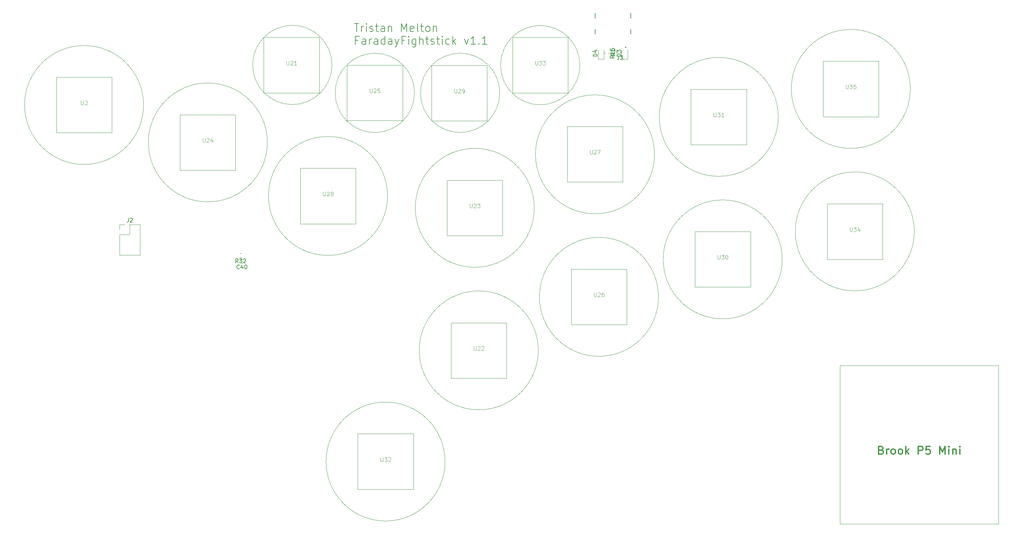
<source format=gbr>
%TF.GenerationSoftware,KiCad,Pcbnew,8.0.8*%
%TF.CreationDate,2025-04-25T11:22:14-07:00*%
%TF.ProjectId,MainBoard_BrooksP5Mini,4d61696e-426f-4617-9264-5f42726f6f6b,rev?*%
%TF.SameCoordinates,Original*%
%TF.FileFunction,Legend,Top*%
%TF.FilePolarity,Positive*%
%FSLAX46Y46*%
G04 Gerber Fmt 4.6, Leading zero omitted, Abs format (unit mm)*
G04 Created by KiCad (PCBNEW 8.0.8) date 2025-04-25 11:22:14*
%MOMM*%
%LPD*%
G01*
G04 APERTURE LIST*
%ADD10C,0.100000*%
%ADD11C,0.200000*%
%ADD12C,0.150000*%
%ADD13C,0.300000*%
%ADD14C,0.120000*%
G04 APERTURE END LIST*
D10*
X166700000Y-30000000D02*
G75*
G02*
X146700000Y-30000000I-10000000J0D01*
G01*
X146700000Y-30000000D02*
G75*
G02*
X166700000Y-30000000I10000000J0D01*
G01*
X132700000Y-130000000D02*
G75*
G02*
X102700000Y-130000000I-15000000J0D01*
G01*
X102700000Y-130000000D02*
G75*
G02*
X132700000Y-130000000I15000000J0D01*
G01*
X216700000Y-43050002D02*
G75*
G02*
X186700000Y-43050002I-15000000J0D01*
G01*
X186700000Y-43050002D02*
G75*
G02*
X216700000Y-43050002I15000000J0D01*
G01*
X56700000Y-40050002D02*
G75*
G02*
X26700000Y-40050002I-15000000J0D01*
G01*
X26700000Y-40050002D02*
G75*
G02*
X56700000Y-40050002I15000000J0D01*
G01*
X125000000Y-37000000D02*
G75*
G02*
X105000000Y-37000000I-10000000J0D01*
G01*
X105000000Y-37000000D02*
G75*
G02*
X125000000Y-37000000I10000000J0D01*
G01*
X118200000Y-63000000D02*
G75*
G02*
X88200000Y-63000000I-15000000J0D01*
G01*
X88200000Y-63000000D02*
G75*
G02*
X118200000Y-63000000I15000000J0D01*
G01*
X217700000Y-79000000D02*
G75*
G02*
X187700000Y-79000000I-15000000J0D01*
G01*
X187700000Y-79000000D02*
G75*
G02*
X217700000Y-79000000I15000000J0D01*
G01*
X156200000Y-101949998D02*
G75*
G02*
X126200000Y-101949998I-15000000J0D01*
G01*
X126200000Y-101949998D02*
G75*
G02*
X156200000Y-101949998I15000000J0D01*
G01*
X186500000Y-88450001D02*
G75*
G02*
X156500000Y-88450001I-15000000J0D01*
G01*
X156500000Y-88450001D02*
G75*
G02*
X186500000Y-88450001I15000000J0D01*
G01*
X185500000Y-52500003D02*
G75*
G02*
X155500000Y-52500003I-15000000J0D01*
G01*
X155500000Y-52500003D02*
G75*
G02*
X185500000Y-52500003I15000000J0D01*
G01*
X250000000Y-36000003D02*
G75*
G02*
X220000000Y-36000003I-15000000J0D01*
G01*
X220000000Y-36000003D02*
G75*
G02*
X250000000Y-36000003I15000000J0D01*
G01*
X146500000Y-37000000D02*
G75*
G02*
X126500000Y-37000000I-10000000J0D01*
G01*
X126500000Y-37000000D02*
G75*
G02*
X146500000Y-37000000I10000000J0D01*
G01*
X104200000Y-29949998D02*
G75*
G02*
X84200000Y-29949998I-10000000J0D01*
G01*
X84200000Y-29949998D02*
G75*
G02*
X104200000Y-29949998I10000000J0D01*
G01*
X87900000Y-49500003D02*
G75*
G02*
X57900000Y-49500003I-15000000J0D01*
G01*
X57900000Y-49500003D02*
G75*
G02*
X87900000Y-49500003I15000000J0D01*
G01*
X155200000Y-66000000D02*
G75*
G02*
X125200000Y-66000000I-15000000J0D01*
G01*
X125200000Y-66000000D02*
G75*
G02*
X155200000Y-66000000I15000000J0D01*
G01*
X251000000Y-71950001D02*
G75*
G02*
X221000000Y-71950001I-15000000J0D01*
G01*
X221000000Y-71950001D02*
G75*
G02*
X251000000Y-71950001I15000000J0D01*
G01*
D11*
X109822054Y-19524950D02*
X110964911Y-19524950D01*
X110393482Y-21524950D02*
X110393482Y-19524950D01*
X111631578Y-21524950D02*
X111631578Y-20191616D01*
X111631578Y-20572569D02*
X111726816Y-20382092D01*
X111726816Y-20382092D02*
X111822054Y-20286854D01*
X111822054Y-20286854D02*
X112012530Y-20191616D01*
X112012530Y-20191616D02*
X112203007Y-20191616D01*
X112869673Y-21524950D02*
X112869673Y-20191616D01*
X112869673Y-19524950D02*
X112774435Y-19620188D01*
X112774435Y-19620188D02*
X112869673Y-19715426D01*
X112869673Y-19715426D02*
X112964911Y-19620188D01*
X112964911Y-19620188D02*
X112869673Y-19524950D01*
X112869673Y-19524950D02*
X112869673Y-19715426D01*
X113726816Y-21429712D02*
X113917292Y-21524950D01*
X113917292Y-21524950D02*
X114298244Y-21524950D01*
X114298244Y-21524950D02*
X114488721Y-21429712D01*
X114488721Y-21429712D02*
X114583959Y-21239235D01*
X114583959Y-21239235D02*
X114583959Y-21143997D01*
X114583959Y-21143997D02*
X114488721Y-20953521D01*
X114488721Y-20953521D02*
X114298244Y-20858283D01*
X114298244Y-20858283D02*
X114012530Y-20858283D01*
X114012530Y-20858283D02*
X113822054Y-20763045D01*
X113822054Y-20763045D02*
X113726816Y-20572569D01*
X113726816Y-20572569D02*
X113726816Y-20477331D01*
X113726816Y-20477331D02*
X113822054Y-20286854D01*
X113822054Y-20286854D02*
X114012530Y-20191616D01*
X114012530Y-20191616D02*
X114298244Y-20191616D01*
X114298244Y-20191616D02*
X114488721Y-20286854D01*
X115155388Y-20191616D02*
X115917292Y-20191616D01*
X115441102Y-19524950D02*
X115441102Y-21239235D01*
X115441102Y-21239235D02*
X115536340Y-21429712D01*
X115536340Y-21429712D02*
X115726816Y-21524950D01*
X115726816Y-21524950D02*
X115917292Y-21524950D01*
X117441102Y-21524950D02*
X117441102Y-20477331D01*
X117441102Y-20477331D02*
X117345864Y-20286854D01*
X117345864Y-20286854D02*
X117155388Y-20191616D01*
X117155388Y-20191616D02*
X116774435Y-20191616D01*
X116774435Y-20191616D02*
X116583959Y-20286854D01*
X117441102Y-21429712D02*
X117250626Y-21524950D01*
X117250626Y-21524950D02*
X116774435Y-21524950D01*
X116774435Y-21524950D02*
X116583959Y-21429712D01*
X116583959Y-21429712D02*
X116488721Y-21239235D01*
X116488721Y-21239235D02*
X116488721Y-21048759D01*
X116488721Y-21048759D02*
X116583959Y-20858283D01*
X116583959Y-20858283D02*
X116774435Y-20763045D01*
X116774435Y-20763045D02*
X117250626Y-20763045D01*
X117250626Y-20763045D02*
X117441102Y-20667807D01*
X118393483Y-20191616D02*
X118393483Y-21524950D01*
X118393483Y-20382092D02*
X118488721Y-20286854D01*
X118488721Y-20286854D02*
X118679197Y-20191616D01*
X118679197Y-20191616D02*
X118964912Y-20191616D01*
X118964912Y-20191616D02*
X119155388Y-20286854D01*
X119155388Y-20286854D02*
X119250626Y-20477331D01*
X119250626Y-20477331D02*
X119250626Y-21524950D01*
X121726817Y-21524950D02*
X121726817Y-19524950D01*
X121726817Y-19524950D02*
X122393484Y-20953521D01*
X122393484Y-20953521D02*
X123060150Y-19524950D01*
X123060150Y-19524950D02*
X123060150Y-21524950D01*
X124774436Y-21429712D02*
X124583960Y-21524950D01*
X124583960Y-21524950D02*
X124203007Y-21524950D01*
X124203007Y-21524950D02*
X124012531Y-21429712D01*
X124012531Y-21429712D02*
X123917293Y-21239235D01*
X123917293Y-21239235D02*
X123917293Y-20477331D01*
X123917293Y-20477331D02*
X124012531Y-20286854D01*
X124012531Y-20286854D02*
X124203007Y-20191616D01*
X124203007Y-20191616D02*
X124583960Y-20191616D01*
X124583960Y-20191616D02*
X124774436Y-20286854D01*
X124774436Y-20286854D02*
X124869674Y-20477331D01*
X124869674Y-20477331D02*
X124869674Y-20667807D01*
X124869674Y-20667807D02*
X123917293Y-20858283D01*
X126012531Y-21524950D02*
X125822055Y-21429712D01*
X125822055Y-21429712D02*
X125726817Y-21239235D01*
X125726817Y-21239235D02*
X125726817Y-19524950D01*
X126488722Y-20191616D02*
X127250626Y-20191616D01*
X126774436Y-19524950D02*
X126774436Y-21239235D01*
X126774436Y-21239235D02*
X126869674Y-21429712D01*
X126869674Y-21429712D02*
X127060150Y-21524950D01*
X127060150Y-21524950D02*
X127250626Y-21524950D01*
X128203007Y-21524950D02*
X128012531Y-21429712D01*
X128012531Y-21429712D02*
X127917293Y-21334473D01*
X127917293Y-21334473D02*
X127822055Y-21143997D01*
X127822055Y-21143997D02*
X127822055Y-20572569D01*
X127822055Y-20572569D02*
X127917293Y-20382092D01*
X127917293Y-20382092D02*
X128012531Y-20286854D01*
X128012531Y-20286854D02*
X128203007Y-20191616D01*
X128203007Y-20191616D02*
X128488722Y-20191616D01*
X128488722Y-20191616D02*
X128679198Y-20286854D01*
X128679198Y-20286854D02*
X128774436Y-20382092D01*
X128774436Y-20382092D02*
X128869674Y-20572569D01*
X128869674Y-20572569D02*
X128869674Y-21143997D01*
X128869674Y-21143997D02*
X128774436Y-21334473D01*
X128774436Y-21334473D02*
X128679198Y-21429712D01*
X128679198Y-21429712D02*
X128488722Y-21524950D01*
X128488722Y-21524950D02*
X128203007Y-21524950D01*
X129726817Y-20191616D02*
X129726817Y-21524950D01*
X129726817Y-20382092D02*
X129822055Y-20286854D01*
X129822055Y-20286854D02*
X130012531Y-20191616D01*
X130012531Y-20191616D02*
X130298246Y-20191616D01*
X130298246Y-20191616D02*
X130488722Y-20286854D01*
X130488722Y-20286854D02*
X130583960Y-20477331D01*
X130583960Y-20477331D02*
X130583960Y-21524950D01*
X110774435Y-23697219D02*
X110107768Y-23697219D01*
X110107768Y-24744838D02*
X110107768Y-22744838D01*
X110107768Y-22744838D02*
X111060149Y-22744838D01*
X112679197Y-24744838D02*
X112679197Y-23697219D01*
X112679197Y-23697219D02*
X112583959Y-23506742D01*
X112583959Y-23506742D02*
X112393483Y-23411504D01*
X112393483Y-23411504D02*
X112012530Y-23411504D01*
X112012530Y-23411504D02*
X111822054Y-23506742D01*
X112679197Y-24649600D02*
X112488721Y-24744838D01*
X112488721Y-24744838D02*
X112012530Y-24744838D01*
X112012530Y-24744838D02*
X111822054Y-24649600D01*
X111822054Y-24649600D02*
X111726816Y-24459123D01*
X111726816Y-24459123D02*
X111726816Y-24268647D01*
X111726816Y-24268647D02*
X111822054Y-24078171D01*
X111822054Y-24078171D02*
X112012530Y-23982933D01*
X112012530Y-23982933D02*
X112488721Y-23982933D01*
X112488721Y-23982933D02*
X112679197Y-23887695D01*
X113631578Y-24744838D02*
X113631578Y-23411504D01*
X113631578Y-23792457D02*
X113726816Y-23601980D01*
X113726816Y-23601980D02*
X113822054Y-23506742D01*
X113822054Y-23506742D02*
X114012530Y-23411504D01*
X114012530Y-23411504D02*
X114203007Y-23411504D01*
X115726816Y-24744838D02*
X115726816Y-23697219D01*
X115726816Y-23697219D02*
X115631578Y-23506742D01*
X115631578Y-23506742D02*
X115441102Y-23411504D01*
X115441102Y-23411504D02*
X115060149Y-23411504D01*
X115060149Y-23411504D02*
X114869673Y-23506742D01*
X115726816Y-24649600D02*
X115536340Y-24744838D01*
X115536340Y-24744838D02*
X115060149Y-24744838D01*
X115060149Y-24744838D02*
X114869673Y-24649600D01*
X114869673Y-24649600D02*
X114774435Y-24459123D01*
X114774435Y-24459123D02*
X114774435Y-24268647D01*
X114774435Y-24268647D02*
X114869673Y-24078171D01*
X114869673Y-24078171D02*
X115060149Y-23982933D01*
X115060149Y-23982933D02*
X115536340Y-23982933D01*
X115536340Y-23982933D02*
X115726816Y-23887695D01*
X117536340Y-24744838D02*
X117536340Y-22744838D01*
X117536340Y-24649600D02*
X117345864Y-24744838D01*
X117345864Y-24744838D02*
X116964911Y-24744838D01*
X116964911Y-24744838D02*
X116774435Y-24649600D01*
X116774435Y-24649600D02*
X116679197Y-24554361D01*
X116679197Y-24554361D02*
X116583959Y-24363885D01*
X116583959Y-24363885D02*
X116583959Y-23792457D01*
X116583959Y-23792457D02*
X116679197Y-23601980D01*
X116679197Y-23601980D02*
X116774435Y-23506742D01*
X116774435Y-23506742D02*
X116964911Y-23411504D01*
X116964911Y-23411504D02*
X117345864Y-23411504D01*
X117345864Y-23411504D02*
X117536340Y-23506742D01*
X119345864Y-24744838D02*
X119345864Y-23697219D01*
X119345864Y-23697219D02*
X119250626Y-23506742D01*
X119250626Y-23506742D02*
X119060150Y-23411504D01*
X119060150Y-23411504D02*
X118679197Y-23411504D01*
X118679197Y-23411504D02*
X118488721Y-23506742D01*
X119345864Y-24649600D02*
X119155388Y-24744838D01*
X119155388Y-24744838D02*
X118679197Y-24744838D01*
X118679197Y-24744838D02*
X118488721Y-24649600D01*
X118488721Y-24649600D02*
X118393483Y-24459123D01*
X118393483Y-24459123D02*
X118393483Y-24268647D01*
X118393483Y-24268647D02*
X118488721Y-24078171D01*
X118488721Y-24078171D02*
X118679197Y-23982933D01*
X118679197Y-23982933D02*
X119155388Y-23982933D01*
X119155388Y-23982933D02*
X119345864Y-23887695D01*
X120107769Y-23411504D02*
X120583959Y-24744838D01*
X121060150Y-23411504D02*
X120583959Y-24744838D01*
X120583959Y-24744838D02*
X120393483Y-25221028D01*
X120393483Y-25221028D02*
X120298245Y-25316266D01*
X120298245Y-25316266D02*
X120107769Y-25411504D01*
X122488722Y-23697219D02*
X121822055Y-23697219D01*
X121822055Y-24744838D02*
X121822055Y-22744838D01*
X121822055Y-22744838D02*
X122774436Y-22744838D01*
X123536341Y-24744838D02*
X123536341Y-23411504D01*
X123536341Y-22744838D02*
X123441103Y-22840076D01*
X123441103Y-22840076D02*
X123536341Y-22935314D01*
X123536341Y-22935314D02*
X123631579Y-22840076D01*
X123631579Y-22840076D02*
X123536341Y-22744838D01*
X123536341Y-22744838D02*
X123536341Y-22935314D01*
X125345865Y-23411504D02*
X125345865Y-25030552D01*
X125345865Y-25030552D02*
X125250627Y-25221028D01*
X125250627Y-25221028D02*
X125155389Y-25316266D01*
X125155389Y-25316266D02*
X124964912Y-25411504D01*
X124964912Y-25411504D02*
X124679198Y-25411504D01*
X124679198Y-25411504D02*
X124488722Y-25316266D01*
X125345865Y-24649600D02*
X125155389Y-24744838D01*
X125155389Y-24744838D02*
X124774436Y-24744838D01*
X124774436Y-24744838D02*
X124583960Y-24649600D01*
X124583960Y-24649600D02*
X124488722Y-24554361D01*
X124488722Y-24554361D02*
X124393484Y-24363885D01*
X124393484Y-24363885D02*
X124393484Y-23792457D01*
X124393484Y-23792457D02*
X124488722Y-23601980D01*
X124488722Y-23601980D02*
X124583960Y-23506742D01*
X124583960Y-23506742D02*
X124774436Y-23411504D01*
X124774436Y-23411504D02*
X125155389Y-23411504D01*
X125155389Y-23411504D02*
X125345865Y-23506742D01*
X126298246Y-24744838D02*
X126298246Y-22744838D01*
X127155389Y-24744838D02*
X127155389Y-23697219D01*
X127155389Y-23697219D02*
X127060151Y-23506742D01*
X127060151Y-23506742D02*
X126869675Y-23411504D01*
X126869675Y-23411504D02*
X126583960Y-23411504D01*
X126583960Y-23411504D02*
X126393484Y-23506742D01*
X126393484Y-23506742D02*
X126298246Y-23601980D01*
X127822056Y-23411504D02*
X128583960Y-23411504D01*
X128107770Y-22744838D02*
X128107770Y-24459123D01*
X128107770Y-24459123D02*
X128203008Y-24649600D01*
X128203008Y-24649600D02*
X128393484Y-24744838D01*
X128393484Y-24744838D02*
X128583960Y-24744838D01*
X129155389Y-24649600D02*
X129345865Y-24744838D01*
X129345865Y-24744838D02*
X129726817Y-24744838D01*
X129726817Y-24744838D02*
X129917294Y-24649600D01*
X129917294Y-24649600D02*
X130012532Y-24459123D01*
X130012532Y-24459123D02*
X130012532Y-24363885D01*
X130012532Y-24363885D02*
X129917294Y-24173409D01*
X129917294Y-24173409D02*
X129726817Y-24078171D01*
X129726817Y-24078171D02*
X129441103Y-24078171D01*
X129441103Y-24078171D02*
X129250627Y-23982933D01*
X129250627Y-23982933D02*
X129155389Y-23792457D01*
X129155389Y-23792457D02*
X129155389Y-23697219D01*
X129155389Y-23697219D02*
X129250627Y-23506742D01*
X129250627Y-23506742D02*
X129441103Y-23411504D01*
X129441103Y-23411504D02*
X129726817Y-23411504D01*
X129726817Y-23411504D02*
X129917294Y-23506742D01*
X130583961Y-23411504D02*
X131345865Y-23411504D01*
X130869675Y-22744838D02*
X130869675Y-24459123D01*
X130869675Y-24459123D02*
X130964913Y-24649600D01*
X130964913Y-24649600D02*
X131155389Y-24744838D01*
X131155389Y-24744838D02*
X131345865Y-24744838D01*
X132012532Y-24744838D02*
X132012532Y-23411504D01*
X132012532Y-22744838D02*
X131917294Y-22840076D01*
X131917294Y-22840076D02*
X132012532Y-22935314D01*
X132012532Y-22935314D02*
X132107770Y-22840076D01*
X132107770Y-22840076D02*
X132012532Y-22744838D01*
X132012532Y-22744838D02*
X132012532Y-22935314D01*
X133822056Y-24649600D02*
X133631580Y-24744838D01*
X133631580Y-24744838D02*
X133250627Y-24744838D01*
X133250627Y-24744838D02*
X133060151Y-24649600D01*
X133060151Y-24649600D02*
X132964913Y-24554361D01*
X132964913Y-24554361D02*
X132869675Y-24363885D01*
X132869675Y-24363885D02*
X132869675Y-23792457D01*
X132869675Y-23792457D02*
X132964913Y-23601980D01*
X132964913Y-23601980D02*
X133060151Y-23506742D01*
X133060151Y-23506742D02*
X133250627Y-23411504D01*
X133250627Y-23411504D02*
X133631580Y-23411504D01*
X133631580Y-23411504D02*
X133822056Y-23506742D01*
X134679199Y-24744838D02*
X134679199Y-22744838D01*
X134869675Y-23982933D02*
X135441104Y-24744838D01*
X135441104Y-23411504D02*
X134679199Y-24173409D01*
X137631581Y-23411504D02*
X138107771Y-24744838D01*
X138107771Y-24744838D02*
X138583962Y-23411504D01*
X140393486Y-24744838D02*
X139250629Y-24744838D01*
X139822057Y-24744838D02*
X139822057Y-22744838D01*
X139822057Y-22744838D02*
X139631581Y-23030552D01*
X139631581Y-23030552D02*
X139441105Y-23221028D01*
X139441105Y-23221028D02*
X139250629Y-23316266D01*
X141250629Y-24554361D02*
X141345867Y-24649600D01*
X141345867Y-24649600D02*
X141250629Y-24744838D01*
X141250629Y-24744838D02*
X141155391Y-24649600D01*
X141155391Y-24649600D02*
X141250629Y-24554361D01*
X141250629Y-24554361D02*
X141250629Y-24744838D01*
X143250629Y-24744838D02*
X142107772Y-24744838D01*
X142679200Y-24744838D02*
X142679200Y-22744838D01*
X142679200Y-22744838D02*
X142488724Y-23030552D01*
X142488724Y-23030552D02*
X142298248Y-23221028D01*
X142298248Y-23221028D02*
X142107772Y-23316266D01*
D10*
X234761905Y-70957419D02*
X234761905Y-71766942D01*
X234761905Y-71766942D02*
X234809524Y-71862180D01*
X234809524Y-71862180D02*
X234857143Y-71909800D01*
X234857143Y-71909800D02*
X234952381Y-71957419D01*
X234952381Y-71957419D02*
X235142857Y-71957419D01*
X235142857Y-71957419D02*
X235238095Y-71909800D01*
X235238095Y-71909800D02*
X235285714Y-71862180D01*
X235285714Y-71862180D02*
X235333333Y-71766942D01*
X235333333Y-71766942D02*
X235333333Y-70957419D01*
X235714286Y-70957419D02*
X236333333Y-70957419D01*
X236333333Y-70957419D02*
X236000000Y-71338371D01*
X236000000Y-71338371D02*
X236142857Y-71338371D01*
X236142857Y-71338371D02*
X236238095Y-71385990D01*
X236238095Y-71385990D02*
X236285714Y-71433609D01*
X236285714Y-71433609D02*
X236333333Y-71528847D01*
X236333333Y-71528847D02*
X236333333Y-71766942D01*
X236333333Y-71766942D02*
X236285714Y-71862180D01*
X236285714Y-71862180D02*
X236238095Y-71909800D01*
X236238095Y-71909800D02*
X236142857Y-71957419D01*
X236142857Y-71957419D02*
X235857143Y-71957419D01*
X235857143Y-71957419D02*
X235761905Y-71909800D01*
X235761905Y-71909800D02*
X235714286Y-71862180D01*
X237190476Y-71290752D02*
X237190476Y-71957419D01*
X236952381Y-70909800D02*
X236714286Y-71624085D01*
X236714286Y-71624085D02*
X237333333Y-71624085D01*
X233761905Y-34957422D02*
X233761905Y-35766945D01*
X233761905Y-35766945D02*
X233809524Y-35862183D01*
X233809524Y-35862183D02*
X233857143Y-35909803D01*
X233857143Y-35909803D02*
X233952381Y-35957422D01*
X233952381Y-35957422D02*
X234142857Y-35957422D01*
X234142857Y-35957422D02*
X234238095Y-35909803D01*
X234238095Y-35909803D02*
X234285714Y-35862183D01*
X234285714Y-35862183D02*
X234333333Y-35766945D01*
X234333333Y-35766945D02*
X234333333Y-34957422D01*
X234714286Y-34957422D02*
X235333333Y-34957422D01*
X235333333Y-34957422D02*
X235000000Y-35338374D01*
X235000000Y-35338374D02*
X235142857Y-35338374D01*
X235142857Y-35338374D02*
X235238095Y-35385993D01*
X235238095Y-35385993D02*
X235285714Y-35433612D01*
X235285714Y-35433612D02*
X235333333Y-35528850D01*
X235333333Y-35528850D02*
X235333333Y-35766945D01*
X235333333Y-35766945D02*
X235285714Y-35862183D01*
X235285714Y-35862183D02*
X235238095Y-35909803D01*
X235238095Y-35909803D02*
X235142857Y-35957422D01*
X235142857Y-35957422D02*
X234857143Y-35957422D01*
X234857143Y-35957422D02*
X234761905Y-35909803D01*
X234761905Y-35909803D02*
X234714286Y-35862183D01*
X236238095Y-34957422D02*
X235761905Y-34957422D01*
X235761905Y-34957422D02*
X235714286Y-35433612D01*
X235714286Y-35433612D02*
X235761905Y-35385993D01*
X235761905Y-35385993D02*
X235857143Y-35338374D01*
X235857143Y-35338374D02*
X236095238Y-35338374D01*
X236095238Y-35338374D02*
X236190476Y-35385993D01*
X236190476Y-35385993D02*
X236238095Y-35433612D01*
X236238095Y-35433612D02*
X236285714Y-35528850D01*
X236285714Y-35528850D02*
X236285714Y-35766945D01*
X236285714Y-35766945D02*
X236238095Y-35862183D01*
X236238095Y-35862183D02*
X236190476Y-35909803D01*
X236190476Y-35909803D02*
X236095238Y-35957422D01*
X236095238Y-35957422D02*
X235857143Y-35957422D01*
X235857143Y-35957422D02*
X235761905Y-35909803D01*
X235761905Y-35909803D02*
X235714286Y-35862183D01*
X200461905Y-42007421D02*
X200461905Y-42816944D01*
X200461905Y-42816944D02*
X200509524Y-42912182D01*
X200509524Y-42912182D02*
X200557143Y-42959802D01*
X200557143Y-42959802D02*
X200652381Y-43007421D01*
X200652381Y-43007421D02*
X200842857Y-43007421D01*
X200842857Y-43007421D02*
X200938095Y-42959802D01*
X200938095Y-42959802D02*
X200985714Y-42912182D01*
X200985714Y-42912182D02*
X201033333Y-42816944D01*
X201033333Y-42816944D02*
X201033333Y-42007421D01*
X201414286Y-42007421D02*
X202033333Y-42007421D01*
X202033333Y-42007421D02*
X201700000Y-42388373D01*
X201700000Y-42388373D02*
X201842857Y-42388373D01*
X201842857Y-42388373D02*
X201938095Y-42435992D01*
X201938095Y-42435992D02*
X201985714Y-42483611D01*
X201985714Y-42483611D02*
X202033333Y-42578849D01*
X202033333Y-42578849D02*
X202033333Y-42816944D01*
X202033333Y-42816944D02*
X201985714Y-42912182D01*
X201985714Y-42912182D02*
X201938095Y-42959802D01*
X201938095Y-42959802D02*
X201842857Y-43007421D01*
X201842857Y-43007421D02*
X201557143Y-43007421D01*
X201557143Y-43007421D02*
X201461905Y-42959802D01*
X201461905Y-42959802D02*
X201414286Y-42912182D01*
X202985714Y-43007421D02*
X202414286Y-43007421D01*
X202700000Y-43007421D02*
X202700000Y-42007421D01*
X202700000Y-42007421D02*
X202604762Y-42150278D01*
X202604762Y-42150278D02*
X202509524Y-42245516D01*
X202509524Y-42245516D02*
X202414286Y-42293135D01*
X201461905Y-77957419D02*
X201461905Y-78766942D01*
X201461905Y-78766942D02*
X201509524Y-78862180D01*
X201509524Y-78862180D02*
X201557143Y-78909800D01*
X201557143Y-78909800D02*
X201652381Y-78957419D01*
X201652381Y-78957419D02*
X201842857Y-78957419D01*
X201842857Y-78957419D02*
X201938095Y-78909800D01*
X201938095Y-78909800D02*
X201985714Y-78862180D01*
X201985714Y-78862180D02*
X202033333Y-78766942D01*
X202033333Y-78766942D02*
X202033333Y-77957419D01*
X202414286Y-77957419D02*
X203033333Y-77957419D01*
X203033333Y-77957419D02*
X202700000Y-78338371D01*
X202700000Y-78338371D02*
X202842857Y-78338371D01*
X202842857Y-78338371D02*
X202938095Y-78385990D01*
X202938095Y-78385990D02*
X202985714Y-78433609D01*
X202985714Y-78433609D02*
X203033333Y-78528847D01*
X203033333Y-78528847D02*
X203033333Y-78766942D01*
X203033333Y-78766942D02*
X202985714Y-78862180D01*
X202985714Y-78862180D02*
X202938095Y-78909800D01*
X202938095Y-78909800D02*
X202842857Y-78957419D01*
X202842857Y-78957419D02*
X202557143Y-78957419D01*
X202557143Y-78957419D02*
X202461905Y-78909800D01*
X202461905Y-78909800D02*
X202414286Y-78862180D01*
X203652381Y-77957419D02*
X203747619Y-77957419D01*
X203747619Y-77957419D02*
X203842857Y-78005038D01*
X203842857Y-78005038D02*
X203890476Y-78052657D01*
X203890476Y-78052657D02*
X203938095Y-78147895D01*
X203938095Y-78147895D02*
X203985714Y-78338371D01*
X203985714Y-78338371D02*
X203985714Y-78576466D01*
X203985714Y-78576466D02*
X203938095Y-78766942D01*
X203938095Y-78766942D02*
X203890476Y-78862180D01*
X203890476Y-78862180D02*
X203842857Y-78909800D01*
X203842857Y-78909800D02*
X203747619Y-78957419D01*
X203747619Y-78957419D02*
X203652381Y-78957419D01*
X203652381Y-78957419D02*
X203557143Y-78909800D01*
X203557143Y-78909800D02*
X203509524Y-78862180D01*
X203509524Y-78862180D02*
X203461905Y-78766942D01*
X203461905Y-78766942D02*
X203414286Y-78576466D01*
X203414286Y-78576466D02*
X203414286Y-78338371D01*
X203414286Y-78338371D02*
X203461905Y-78147895D01*
X203461905Y-78147895D02*
X203509524Y-78052657D01*
X203509524Y-78052657D02*
X203557143Y-78005038D01*
X203557143Y-78005038D02*
X203652381Y-77957419D01*
X169261905Y-51457422D02*
X169261905Y-52266945D01*
X169261905Y-52266945D02*
X169309524Y-52362183D01*
X169309524Y-52362183D02*
X169357143Y-52409803D01*
X169357143Y-52409803D02*
X169452381Y-52457422D01*
X169452381Y-52457422D02*
X169642857Y-52457422D01*
X169642857Y-52457422D02*
X169738095Y-52409803D01*
X169738095Y-52409803D02*
X169785714Y-52362183D01*
X169785714Y-52362183D02*
X169833333Y-52266945D01*
X169833333Y-52266945D02*
X169833333Y-51457422D01*
X170261905Y-51552660D02*
X170309524Y-51505041D01*
X170309524Y-51505041D02*
X170404762Y-51457422D01*
X170404762Y-51457422D02*
X170642857Y-51457422D01*
X170642857Y-51457422D02*
X170738095Y-51505041D01*
X170738095Y-51505041D02*
X170785714Y-51552660D01*
X170785714Y-51552660D02*
X170833333Y-51647898D01*
X170833333Y-51647898D02*
X170833333Y-51743136D01*
X170833333Y-51743136D02*
X170785714Y-51885993D01*
X170785714Y-51885993D02*
X170214286Y-52457422D01*
X170214286Y-52457422D02*
X170833333Y-52457422D01*
X171166667Y-51457422D02*
X171833333Y-51457422D01*
X171833333Y-51457422D02*
X171404762Y-52457422D01*
X170261905Y-87407420D02*
X170261905Y-88216943D01*
X170261905Y-88216943D02*
X170309524Y-88312181D01*
X170309524Y-88312181D02*
X170357143Y-88359801D01*
X170357143Y-88359801D02*
X170452381Y-88407420D01*
X170452381Y-88407420D02*
X170642857Y-88407420D01*
X170642857Y-88407420D02*
X170738095Y-88359801D01*
X170738095Y-88359801D02*
X170785714Y-88312181D01*
X170785714Y-88312181D02*
X170833333Y-88216943D01*
X170833333Y-88216943D02*
X170833333Y-87407420D01*
X171261905Y-87502658D02*
X171309524Y-87455039D01*
X171309524Y-87455039D02*
X171404762Y-87407420D01*
X171404762Y-87407420D02*
X171642857Y-87407420D01*
X171642857Y-87407420D02*
X171738095Y-87455039D01*
X171738095Y-87455039D02*
X171785714Y-87502658D01*
X171785714Y-87502658D02*
X171833333Y-87597896D01*
X171833333Y-87597896D02*
X171833333Y-87693134D01*
X171833333Y-87693134D02*
X171785714Y-87835991D01*
X171785714Y-87835991D02*
X171214286Y-88407420D01*
X171214286Y-88407420D02*
X171833333Y-88407420D01*
X172690476Y-87407420D02*
X172500000Y-87407420D01*
X172500000Y-87407420D02*
X172404762Y-87455039D01*
X172404762Y-87455039D02*
X172357143Y-87502658D01*
X172357143Y-87502658D02*
X172261905Y-87645515D01*
X172261905Y-87645515D02*
X172214286Y-87835991D01*
X172214286Y-87835991D02*
X172214286Y-88216943D01*
X172214286Y-88216943D02*
X172261905Y-88312181D01*
X172261905Y-88312181D02*
X172309524Y-88359801D01*
X172309524Y-88359801D02*
X172404762Y-88407420D01*
X172404762Y-88407420D02*
X172595238Y-88407420D01*
X172595238Y-88407420D02*
X172690476Y-88359801D01*
X172690476Y-88359801D02*
X172738095Y-88312181D01*
X172738095Y-88312181D02*
X172785714Y-88216943D01*
X172785714Y-88216943D02*
X172785714Y-87978848D01*
X172785714Y-87978848D02*
X172738095Y-87883610D01*
X172738095Y-87883610D02*
X172690476Y-87835991D01*
X172690476Y-87835991D02*
X172595238Y-87788372D01*
X172595238Y-87788372D02*
X172404762Y-87788372D01*
X172404762Y-87788372D02*
X172309524Y-87835991D01*
X172309524Y-87835991D02*
X172261905Y-87883610D01*
X172261905Y-87883610D02*
X172214286Y-87978848D01*
X139961905Y-100957419D02*
X139961905Y-101766942D01*
X139961905Y-101766942D02*
X140009524Y-101862180D01*
X140009524Y-101862180D02*
X140057143Y-101909800D01*
X140057143Y-101909800D02*
X140152381Y-101957419D01*
X140152381Y-101957419D02*
X140342857Y-101957419D01*
X140342857Y-101957419D02*
X140438095Y-101909800D01*
X140438095Y-101909800D02*
X140485714Y-101862180D01*
X140485714Y-101862180D02*
X140533333Y-101766942D01*
X140533333Y-101766942D02*
X140533333Y-100957419D01*
X140961905Y-101052657D02*
X141009524Y-101005038D01*
X141009524Y-101005038D02*
X141104762Y-100957419D01*
X141104762Y-100957419D02*
X141342857Y-100957419D01*
X141342857Y-100957419D02*
X141438095Y-101005038D01*
X141438095Y-101005038D02*
X141485714Y-101052657D01*
X141485714Y-101052657D02*
X141533333Y-101147895D01*
X141533333Y-101147895D02*
X141533333Y-101243133D01*
X141533333Y-101243133D02*
X141485714Y-101385990D01*
X141485714Y-101385990D02*
X140914286Y-101957419D01*
X140914286Y-101957419D02*
X141533333Y-101957419D01*
X141914286Y-101052657D02*
X141961905Y-101005038D01*
X141961905Y-101005038D02*
X142057143Y-100957419D01*
X142057143Y-100957419D02*
X142295238Y-100957419D01*
X142295238Y-100957419D02*
X142390476Y-101005038D01*
X142390476Y-101005038D02*
X142438095Y-101052657D01*
X142438095Y-101052657D02*
X142485714Y-101147895D01*
X142485714Y-101147895D02*
X142485714Y-101243133D01*
X142485714Y-101243133D02*
X142438095Y-101385990D01*
X142438095Y-101385990D02*
X141866667Y-101957419D01*
X141866667Y-101957419D02*
X142485714Y-101957419D01*
X138961905Y-64957419D02*
X138961905Y-65766942D01*
X138961905Y-65766942D02*
X139009524Y-65862180D01*
X139009524Y-65862180D02*
X139057143Y-65909800D01*
X139057143Y-65909800D02*
X139152381Y-65957419D01*
X139152381Y-65957419D02*
X139342857Y-65957419D01*
X139342857Y-65957419D02*
X139438095Y-65909800D01*
X139438095Y-65909800D02*
X139485714Y-65862180D01*
X139485714Y-65862180D02*
X139533333Y-65766942D01*
X139533333Y-65766942D02*
X139533333Y-64957419D01*
X139961905Y-65052657D02*
X140009524Y-65005038D01*
X140009524Y-65005038D02*
X140104762Y-64957419D01*
X140104762Y-64957419D02*
X140342857Y-64957419D01*
X140342857Y-64957419D02*
X140438095Y-65005038D01*
X140438095Y-65005038D02*
X140485714Y-65052657D01*
X140485714Y-65052657D02*
X140533333Y-65147895D01*
X140533333Y-65147895D02*
X140533333Y-65243133D01*
X140533333Y-65243133D02*
X140485714Y-65385990D01*
X140485714Y-65385990D02*
X139914286Y-65957419D01*
X139914286Y-65957419D02*
X140533333Y-65957419D01*
X140866667Y-64957419D02*
X141485714Y-64957419D01*
X141485714Y-64957419D02*
X141152381Y-65338371D01*
X141152381Y-65338371D02*
X141295238Y-65338371D01*
X141295238Y-65338371D02*
X141390476Y-65385990D01*
X141390476Y-65385990D02*
X141438095Y-65433609D01*
X141438095Y-65433609D02*
X141485714Y-65528847D01*
X141485714Y-65528847D02*
X141485714Y-65766942D01*
X141485714Y-65766942D02*
X141438095Y-65862180D01*
X141438095Y-65862180D02*
X141390476Y-65909800D01*
X141390476Y-65909800D02*
X141295238Y-65957419D01*
X141295238Y-65957419D02*
X141009524Y-65957419D01*
X141009524Y-65957419D02*
X140914286Y-65909800D01*
X140914286Y-65909800D02*
X140866667Y-65862180D01*
X116461905Y-128957419D02*
X116461905Y-129766942D01*
X116461905Y-129766942D02*
X116509524Y-129862180D01*
X116509524Y-129862180D02*
X116557143Y-129909800D01*
X116557143Y-129909800D02*
X116652381Y-129957419D01*
X116652381Y-129957419D02*
X116842857Y-129957419D01*
X116842857Y-129957419D02*
X116938095Y-129909800D01*
X116938095Y-129909800D02*
X116985714Y-129862180D01*
X116985714Y-129862180D02*
X117033333Y-129766942D01*
X117033333Y-129766942D02*
X117033333Y-128957419D01*
X117414286Y-128957419D02*
X118033333Y-128957419D01*
X118033333Y-128957419D02*
X117700000Y-129338371D01*
X117700000Y-129338371D02*
X117842857Y-129338371D01*
X117842857Y-129338371D02*
X117938095Y-129385990D01*
X117938095Y-129385990D02*
X117985714Y-129433609D01*
X117985714Y-129433609D02*
X118033333Y-129528847D01*
X118033333Y-129528847D02*
X118033333Y-129766942D01*
X118033333Y-129766942D02*
X117985714Y-129862180D01*
X117985714Y-129862180D02*
X117938095Y-129909800D01*
X117938095Y-129909800D02*
X117842857Y-129957419D01*
X117842857Y-129957419D02*
X117557143Y-129957419D01*
X117557143Y-129957419D02*
X117461905Y-129909800D01*
X117461905Y-129909800D02*
X117414286Y-129862180D01*
X118414286Y-129052657D02*
X118461905Y-129005038D01*
X118461905Y-129005038D02*
X118557143Y-128957419D01*
X118557143Y-128957419D02*
X118795238Y-128957419D01*
X118795238Y-128957419D02*
X118890476Y-129005038D01*
X118890476Y-129005038D02*
X118938095Y-129052657D01*
X118938095Y-129052657D02*
X118985714Y-129147895D01*
X118985714Y-129147895D02*
X118985714Y-129243133D01*
X118985714Y-129243133D02*
X118938095Y-129385990D01*
X118938095Y-129385990D02*
X118366667Y-129957419D01*
X118366667Y-129957419D02*
X118985714Y-129957419D01*
X101961905Y-61957419D02*
X101961905Y-62766942D01*
X101961905Y-62766942D02*
X102009524Y-62862180D01*
X102009524Y-62862180D02*
X102057143Y-62909800D01*
X102057143Y-62909800D02*
X102152381Y-62957419D01*
X102152381Y-62957419D02*
X102342857Y-62957419D01*
X102342857Y-62957419D02*
X102438095Y-62909800D01*
X102438095Y-62909800D02*
X102485714Y-62862180D01*
X102485714Y-62862180D02*
X102533333Y-62766942D01*
X102533333Y-62766942D02*
X102533333Y-61957419D01*
X102961905Y-62052657D02*
X103009524Y-62005038D01*
X103009524Y-62005038D02*
X103104762Y-61957419D01*
X103104762Y-61957419D02*
X103342857Y-61957419D01*
X103342857Y-61957419D02*
X103438095Y-62005038D01*
X103438095Y-62005038D02*
X103485714Y-62052657D01*
X103485714Y-62052657D02*
X103533333Y-62147895D01*
X103533333Y-62147895D02*
X103533333Y-62243133D01*
X103533333Y-62243133D02*
X103485714Y-62385990D01*
X103485714Y-62385990D02*
X102914286Y-62957419D01*
X102914286Y-62957419D02*
X103533333Y-62957419D01*
X104104762Y-62385990D02*
X104009524Y-62338371D01*
X104009524Y-62338371D02*
X103961905Y-62290752D01*
X103961905Y-62290752D02*
X103914286Y-62195514D01*
X103914286Y-62195514D02*
X103914286Y-62147895D01*
X103914286Y-62147895D02*
X103961905Y-62052657D01*
X103961905Y-62052657D02*
X104009524Y-62005038D01*
X104009524Y-62005038D02*
X104104762Y-61957419D01*
X104104762Y-61957419D02*
X104295238Y-61957419D01*
X104295238Y-61957419D02*
X104390476Y-62005038D01*
X104390476Y-62005038D02*
X104438095Y-62052657D01*
X104438095Y-62052657D02*
X104485714Y-62147895D01*
X104485714Y-62147895D02*
X104485714Y-62195514D01*
X104485714Y-62195514D02*
X104438095Y-62290752D01*
X104438095Y-62290752D02*
X104390476Y-62338371D01*
X104390476Y-62338371D02*
X104295238Y-62385990D01*
X104295238Y-62385990D02*
X104104762Y-62385990D01*
X104104762Y-62385990D02*
X104009524Y-62433609D01*
X104009524Y-62433609D02*
X103961905Y-62481228D01*
X103961905Y-62481228D02*
X103914286Y-62576466D01*
X103914286Y-62576466D02*
X103914286Y-62766942D01*
X103914286Y-62766942D02*
X103961905Y-62862180D01*
X103961905Y-62862180D02*
X104009524Y-62909800D01*
X104009524Y-62909800D02*
X104104762Y-62957419D01*
X104104762Y-62957419D02*
X104295238Y-62957419D01*
X104295238Y-62957419D02*
X104390476Y-62909800D01*
X104390476Y-62909800D02*
X104438095Y-62862180D01*
X104438095Y-62862180D02*
X104485714Y-62766942D01*
X104485714Y-62766942D02*
X104485714Y-62576466D01*
X104485714Y-62576466D02*
X104438095Y-62481228D01*
X104438095Y-62481228D02*
X104390476Y-62433609D01*
X104390476Y-62433609D02*
X104295238Y-62385990D01*
X71661905Y-48457422D02*
X71661905Y-49266945D01*
X71661905Y-49266945D02*
X71709524Y-49362183D01*
X71709524Y-49362183D02*
X71757143Y-49409803D01*
X71757143Y-49409803D02*
X71852381Y-49457422D01*
X71852381Y-49457422D02*
X72042857Y-49457422D01*
X72042857Y-49457422D02*
X72138095Y-49409803D01*
X72138095Y-49409803D02*
X72185714Y-49362183D01*
X72185714Y-49362183D02*
X72233333Y-49266945D01*
X72233333Y-49266945D02*
X72233333Y-48457422D01*
X72661905Y-48552660D02*
X72709524Y-48505041D01*
X72709524Y-48505041D02*
X72804762Y-48457422D01*
X72804762Y-48457422D02*
X73042857Y-48457422D01*
X73042857Y-48457422D02*
X73138095Y-48505041D01*
X73138095Y-48505041D02*
X73185714Y-48552660D01*
X73185714Y-48552660D02*
X73233333Y-48647898D01*
X73233333Y-48647898D02*
X73233333Y-48743136D01*
X73233333Y-48743136D02*
X73185714Y-48885993D01*
X73185714Y-48885993D02*
X72614286Y-49457422D01*
X72614286Y-49457422D02*
X73233333Y-49457422D01*
X74090476Y-48790755D02*
X74090476Y-49457422D01*
X73852381Y-48409803D02*
X73614286Y-49124088D01*
X73614286Y-49124088D02*
X74233333Y-49124088D01*
X40938095Y-39007421D02*
X40938095Y-39816944D01*
X40938095Y-39816944D02*
X40985714Y-39912182D01*
X40985714Y-39912182D02*
X41033333Y-39959802D01*
X41033333Y-39959802D02*
X41128571Y-40007421D01*
X41128571Y-40007421D02*
X41319047Y-40007421D01*
X41319047Y-40007421D02*
X41414285Y-39959802D01*
X41414285Y-39959802D02*
X41461904Y-39912182D01*
X41461904Y-39912182D02*
X41509523Y-39816944D01*
X41509523Y-39816944D02*
X41509523Y-39007421D01*
X41938095Y-39102659D02*
X41985714Y-39055040D01*
X41985714Y-39055040D02*
X42080952Y-39007421D01*
X42080952Y-39007421D02*
X42319047Y-39007421D01*
X42319047Y-39007421D02*
X42414285Y-39055040D01*
X42414285Y-39055040D02*
X42461904Y-39102659D01*
X42461904Y-39102659D02*
X42509523Y-39197897D01*
X42509523Y-39197897D02*
X42509523Y-39293135D01*
X42509523Y-39293135D02*
X42461904Y-39435992D01*
X42461904Y-39435992D02*
X41890476Y-40007421D01*
X41890476Y-40007421D02*
X42509523Y-40007421D01*
X92761905Y-28957419D02*
X92761905Y-29766942D01*
X92761905Y-29766942D02*
X92809524Y-29862180D01*
X92809524Y-29862180D02*
X92857143Y-29909800D01*
X92857143Y-29909800D02*
X92952381Y-29957419D01*
X92952381Y-29957419D02*
X93142857Y-29957419D01*
X93142857Y-29957419D02*
X93238095Y-29909800D01*
X93238095Y-29909800D02*
X93285714Y-29862180D01*
X93285714Y-29862180D02*
X93333333Y-29766942D01*
X93333333Y-29766942D02*
X93333333Y-28957419D01*
X93761905Y-29052657D02*
X93809524Y-29005038D01*
X93809524Y-29005038D02*
X93904762Y-28957419D01*
X93904762Y-28957419D02*
X94142857Y-28957419D01*
X94142857Y-28957419D02*
X94238095Y-29005038D01*
X94238095Y-29005038D02*
X94285714Y-29052657D01*
X94285714Y-29052657D02*
X94333333Y-29147895D01*
X94333333Y-29147895D02*
X94333333Y-29243133D01*
X94333333Y-29243133D02*
X94285714Y-29385990D01*
X94285714Y-29385990D02*
X93714286Y-29957419D01*
X93714286Y-29957419D02*
X94333333Y-29957419D01*
X95285714Y-29957419D02*
X94714286Y-29957419D01*
X95000000Y-29957419D02*
X95000000Y-28957419D01*
X95000000Y-28957419D02*
X94904762Y-29100276D01*
X94904762Y-29100276D02*
X94809524Y-29195514D01*
X94809524Y-29195514D02*
X94714286Y-29243133D01*
X113761905Y-35957419D02*
X113761905Y-36766942D01*
X113761905Y-36766942D02*
X113809524Y-36862180D01*
X113809524Y-36862180D02*
X113857143Y-36909800D01*
X113857143Y-36909800D02*
X113952381Y-36957419D01*
X113952381Y-36957419D02*
X114142857Y-36957419D01*
X114142857Y-36957419D02*
X114238095Y-36909800D01*
X114238095Y-36909800D02*
X114285714Y-36862180D01*
X114285714Y-36862180D02*
X114333333Y-36766942D01*
X114333333Y-36766942D02*
X114333333Y-35957419D01*
X114761905Y-36052657D02*
X114809524Y-36005038D01*
X114809524Y-36005038D02*
X114904762Y-35957419D01*
X114904762Y-35957419D02*
X115142857Y-35957419D01*
X115142857Y-35957419D02*
X115238095Y-36005038D01*
X115238095Y-36005038D02*
X115285714Y-36052657D01*
X115285714Y-36052657D02*
X115333333Y-36147895D01*
X115333333Y-36147895D02*
X115333333Y-36243133D01*
X115333333Y-36243133D02*
X115285714Y-36385990D01*
X115285714Y-36385990D02*
X114714286Y-36957419D01*
X114714286Y-36957419D02*
X115333333Y-36957419D01*
X116238095Y-35957419D02*
X115761905Y-35957419D01*
X115761905Y-35957419D02*
X115714286Y-36433609D01*
X115714286Y-36433609D02*
X115761905Y-36385990D01*
X115761905Y-36385990D02*
X115857143Y-36338371D01*
X115857143Y-36338371D02*
X116095238Y-36338371D01*
X116095238Y-36338371D02*
X116190476Y-36385990D01*
X116190476Y-36385990D02*
X116238095Y-36433609D01*
X116238095Y-36433609D02*
X116285714Y-36528847D01*
X116285714Y-36528847D02*
X116285714Y-36766942D01*
X116285714Y-36766942D02*
X116238095Y-36862180D01*
X116238095Y-36862180D02*
X116190476Y-36909800D01*
X116190476Y-36909800D02*
X116095238Y-36957419D01*
X116095238Y-36957419D02*
X115857143Y-36957419D01*
X115857143Y-36957419D02*
X115761905Y-36909800D01*
X115761905Y-36909800D02*
X115714286Y-36862180D01*
X135061905Y-36007421D02*
X135061905Y-36816944D01*
X135061905Y-36816944D02*
X135109524Y-36912182D01*
X135109524Y-36912182D02*
X135157143Y-36959802D01*
X135157143Y-36959802D02*
X135252381Y-37007421D01*
X135252381Y-37007421D02*
X135442857Y-37007421D01*
X135442857Y-37007421D02*
X135538095Y-36959802D01*
X135538095Y-36959802D02*
X135585714Y-36912182D01*
X135585714Y-36912182D02*
X135633333Y-36816944D01*
X135633333Y-36816944D02*
X135633333Y-36007421D01*
X136061905Y-36102659D02*
X136109524Y-36055040D01*
X136109524Y-36055040D02*
X136204762Y-36007421D01*
X136204762Y-36007421D02*
X136442857Y-36007421D01*
X136442857Y-36007421D02*
X136538095Y-36055040D01*
X136538095Y-36055040D02*
X136585714Y-36102659D01*
X136585714Y-36102659D02*
X136633333Y-36197897D01*
X136633333Y-36197897D02*
X136633333Y-36293135D01*
X136633333Y-36293135D02*
X136585714Y-36435992D01*
X136585714Y-36435992D02*
X136014286Y-37007421D01*
X136014286Y-37007421D02*
X136633333Y-37007421D01*
X137109524Y-37007421D02*
X137300000Y-37007421D01*
X137300000Y-37007421D02*
X137395238Y-36959802D01*
X137395238Y-36959802D02*
X137442857Y-36912182D01*
X137442857Y-36912182D02*
X137538095Y-36769325D01*
X137538095Y-36769325D02*
X137585714Y-36578849D01*
X137585714Y-36578849D02*
X137585714Y-36197897D01*
X137585714Y-36197897D02*
X137538095Y-36102659D01*
X137538095Y-36102659D02*
X137490476Y-36055040D01*
X137490476Y-36055040D02*
X137395238Y-36007421D01*
X137395238Y-36007421D02*
X137204762Y-36007421D01*
X137204762Y-36007421D02*
X137109524Y-36055040D01*
X137109524Y-36055040D02*
X137061905Y-36102659D01*
X137061905Y-36102659D02*
X137014286Y-36197897D01*
X137014286Y-36197897D02*
X137014286Y-36435992D01*
X137014286Y-36435992D02*
X137061905Y-36531230D01*
X137061905Y-36531230D02*
X137109524Y-36578849D01*
X137109524Y-36578849D02*
X137204762Y-36626468D01*
X137204762Y-36626468D02*
X137395238Y-36626468D01*
X137395238Y-36626468D02*
X137490476Y-36578849D01*
X137490476Y-36578849D02*
X137538095Y-36531230D01*
X137538095Y-36531230D02*
X137585714Y-36435992D01*
X155461905Y-28957419D02*
X155461905Y-29766942D01*
X155461905Y-29766942D02*
X155509524Y-29862180D01*
X155509524Y-29862180D02*
X155557143Y-29909800D01*
X155557143Y-29909800D02*
X155652381Y-29957419D01*
X155652381Y-29957419D02*
X155842857Y-29957419D01*
X155842857Y-29957419D02*
X155938095Y-29909800D01*
X155938095Y-29909800D02*
X155985714Y-29862180D01*
X155985714Y-29862180D02*
X156033333Y-29766942D01*
X156033333Y-29766942D02*
X156033333Y-28957419D01*
X156414286Y-28957419D02*
X157033333Y-28957419D01*
X157033333Y-28957419D02*
X156700000Y-29338371D01*
X156700000Y-29338371D02*
X156842857Y-29338371D01*
X156842857Y-29338371D02*
X156938095Y-29385990D01*
X156938095Y-29385990D02*
X156985714Y-29433609D01*
X156985714Y-29433609D02*
X157033333Y-29528847D01*
X157033333Y-29528847D02*
X157033333Y-29766942D01*
X157033333Y-29766942D02*
X156985714Y-29862180D01*
X156985714Y-29862180D02*
X156938095Y-29909800D01*
X156938095Y-29909800D02*
X156842857Y-29957419D01*
X156842857Y-29957419D02*
X156557143Y-29957419D01*
X156557143Y-29957419D02*
X156461905Y-29909800D01*
X156461905Y-29909800D02*
X156414286Y-29862180D01*
X157366667Y-28957419D02*
X157985714Y-28957419D01*
X157985714Y-28957419D02*
X157652381Y-29338371D01*
X157652381Y-29338371D02*
X157795238Y-29338371D01*
X157795238Y-29338371D02*
X157890476Y-29385990D01*
X157890476Y-29385990D02*
X157938095Y-29433609D01*
X157938095Y-29433609D02*
X157985714Y-29528847D01*
X157985714Y-29528847D02*
X157985714Y-29766942D01*
X157985714Y-29766942D02*
X157938095Y-29862180D01*
X157938095Y-29862180D02*
X157890476Y-29909800D01*
X157890476Y-29909800D02*
X157795238Y-29957419D01*
X157795238Y-29957419D02*
X157509524Y-29957419D01*
X157509524Y-29957419D02*
X157414286Y-29909800D01*
X157414286Y-29909800D02*
X157366667Y-29862180D01*
D12*
X52896666Y-68624819D02*
X52896666Y-69339104D01*
X52896666Y-69339104D02*
X52849047Y-69481961D01*
X52849047Y-69481961D02*
X52753809Y-69577200D01*
X52753809Y-69577200D02*
X52610952Y-69624819D01*
X52610952Y-69624819D02*
X52515714Y-69624819D01*
X53325238Y-68720057D02*
X53372857Y-68672438D01*
X53372857Y-68672438D02*
X53468095Y-68624819D01*
X53468095Y-68624819D02*
X53706190Y-68624819D01*
X53706190Y-68624819D02*
X53801428Y-68672438D01*
X53801428Y-68672438D02*
X53849047Y-68720057D01*
X53849047Y-68720057D02*
X53896666Y-68815295D01*
X53896666Y-68815295D02*
X53896666Y-68910533D01*
X53896666Y-68910533D02*
X53849047Y-69053390D01*
X53849047Y-69053390D02*
X53277619Y-69624819D01*
X53277619Y-69624819D02*
X53896666Y-69624819D01*
X171024819Y-27738094D02*
X170024819Y-27738094D01*
X170024819Y-27738094D02*
X170024819Y-27499999D01*
X170024819Y-27499999D02*
X170072438Y-27357142D01*
X170072438Y-27357142D02*
X170167676Y-27261904D01*
X170167676Y-27261904D02*
X170262914Y-27214285D01*
X170262914Y-27214285D02*
X170453390Y-27166666D01*
X170453390Y-27166666D02*
X170596247Y-27166666D01*
X170596247Y-27166666D02*
X170786723Y-27214285D01*
X170786723Y-27214285D02*
X170881961Y-27261904D01*
X170881961Y-27261904D02*
X170977200Y-27357142D01*
X170977200Y-27357142D02*
X171024819Y-27499999D01*
X171024819Y-27499999D02*
X171024819Y-27738094D01*
X170358152Y-26309523D02*
X171024819Y-26309523D01*
X169977200Y-26547618D02*
X170691485Y-26785713D01*
X170691485Y-26785713D02*
X170691485Y-26166666D01*
X175524819Y-26991666D02*
X175048628Y-27324999D01*
X175524819Y-27563094D02*
X174524819Y-27563094D01*
X174524819Y-27563094D02*
X174524819Y-27182142D01*
X174524819Y-27182142D02*
X174572438Y-27086904D01*
X174572438Y-27086904D02*
X174620057Y-27039285D01*
X174620057Y-27039285D02*
X174715295Y-26991666D01*
X174715295Y-26991666D02*
X174858152Y-26991666D01*
X174858152Y-26991666D02*
X174953390Y-27039285D01*
X174953390Y-27039285D02*
X175001009Y-27086904D01*
X175001009Y-27086904D02*
X175048628Y-27182142D01*
X175048628Y-27182142D02*
X175048628Y-27563094D01*
X175524819Y-26039285D02*
X175524819Y-26610713D01*
X175524819Y-26324999D02*
X174524819Y-26324999D01*
X174524819Y-26324999D02*
X174667676Y-26420237D01*
X174667676Y-26420237D02*
X174762914Y-26515475D01*
X174762914Y-26515475D02*
X174810533Y-26610713D01*
X175384819Y-27642857D02*
X174908628Y-27976190D01*
X175384819Y-28214285D02*
X174384819Y-28214285D01*
X174384819Y-28214285D02*
X174384819Y-27833333D01*
X174384819Y-27833333D02*
X174432438Y-27738095D01*
X174432438Y-27738095D02*
X174480057Y-27690476D01*
X174480057Y-27690476D02*
X174575295Y-27642857D01*
X174575295Y-27642857D02*
X174718152Y-27642857D01*
X174718152Y-27642857D02*
X174813390Y-27690476D01*
X174813390Y-27690476D02*
X174861009Y-27738095D01*
X174861009Y-27738095D02*
X174908628Y-27833333D01*
X174908628Y-27833333D02*
X174908628Y-28214285D01*
X175384819Y-26690476D02*
X175384819Y-27261904D01*
X175384819Y-26976190D02*
X174384819Y-26976190D01*
X174384819Y-26976190D02*
X174527676Y-27071428D01*
X174527676Y-27071428D02*
X174622914Y-27166666D01*
X174622914Y-27166666D02*
X174670533Y-27261904D01*
X174384819Y-25785714D02*
X174384819Y-26261904D01*
X174384819Y-26261904D02*
X174861009Y-26309523D01*
X174861009Y-26309523D02*
X174813390Y-26261904D01*
X174813390Y-26261904D02*
X174765771Y-26166666D01*
X174765771Y-26166666D02*
X174765771Y-25928571D01*
X174765771Y-25928571D02*
X174813390Y-25833333D01*
X174813390Y-25833333D02*
X174861009Y-25785714D01*
X174861009Y-25785714D02*
X174956247Y-25738095D01*
X174956247Y-25738095D02*
X175194342Y-25738095D01*
X175194342Y-25738095D02*
X175289580Y-25785714D01*
X175289580Y-25785714D02*
X175337200Y-25833333D01*
X175337200Y-25833333D02*
X175384819Y-25928571D01*
X175384819Y-25928571D02*
X175384819Y-26166666D01*
X175384819Y-26166666D02*
X175337200Y-26261904D01*
X175337200Y-26261904D02*
X175289580Y-26309523D01*
X176491666Y-27589819D02*
X176491666Y-28304104D01*
X176491666Y-28304104D02*
X176444047Y-28446961D01*
X176444047Y-28446961D02*
X176348809Y-28542200D01*
X176348809Y-28542200D02*
X176205952Y-28589819D01*
X176205952Y-28589819D02*
X176110714Y-28589819D01*
X176872619Y-27589819D02*
X177491666Y-27589819D01*
X177491666Y-27589819D02*
X177158333Y-27970771D01*
X177158333Y-27970771D02*
X177301190Y-27970771D01*
X177301190Y-27970771D02*
X177396428Y-28018390D01*
X177396428Y-28018390D02*
X177444047Y-28066009D01*
X177444047Y-28066009D02*
X177491666Y-28161247D01*
X177491666Y-28161247D02*
X177491666Y-28399342D01*
X177491666Y-28399342D02*
X177444047Y-28494580D01*
X177444047Y-28494580D02*
X177396428Y-28542200D01*
X177396428Y-28542200D02*
X177301190Y-28589819D01*
X177301190Y-28589819D02*
X177015476Y-28589819D01*
X177015476Y-28589819D02*
X176920238Y-28542200D01*
X176920238Y-28542200D02*
X176872619Y-28494580D01*
X177024819Y-27738094D02*
X176024819Y-27738094D01*
X176024819Y-27738094D02*
X176024819Y-27499999D01*
X176024819Y-27499999D02*
X176072438Y-27357142D01*
X176072438Y-27357142D02*
X176167676Y-27261904D01*
X176167676Y-27261904D02*
X176262914Y-27214285D01*
X176262914Y-27214285D02*
X176453390Y-27166666D01*
X176453390Y-27166666D02*
X176596247Y-27166666D01*
X176596247Y-27166666D02*
X176786723Y-27214285D01*
X176786723Y-27214285D02*
X176881961Y-27261904D01*
X176881961Y-27261904D02*
X176977200Y-27357142D01*
X176977200Y-27357142D02*
X177024819Y-27499999D01*
X177024819Y-27499999D02*
X177024819Y-27738094D01*
X176024819Y-26833332D02*
X176024819Y-26214285D01*
X176024819Y-26214285D02*
X176405771Y-26547618D01*
X176405771Y-26547618D02*
X176405771Y-26404761D01*
X176405771Y-26404761D02*
X176453390Y-26309523D01*
X176453390Y-26309523D02*
X176501009Y-26261904D01*
X176501009Y-26261904D02*
X176596247Y-26214285D01*
X176596247Y-26214285D02*
X176834342Y-26214285D01*
X176834342Y-26214285D02*
X176929580Y-26261904D01*
X176929580Y-26261904D02*
X176977200Y-26309523D01*
X176977200Y-26309523D02*
X177024819Y-26404761D01*
X177024819Y-26404761D02*
X177024819Y-26690475D01*
X177024819Y-26690475D02*
X176977200Y-26785713D01*
X176977200Y-26785713D02*
X176929580Y-26833332D01*
X80857142Y-81289580D02*
X80809523Y-81337200D01*
X80809523Y-81337200D02*
X80666666Y-81384819D01*
X80666666Y-81384819D02*
X80571428Y-81384819D01*
X80571428Y-81384819D02*
X80428571Y-81337200D01*
X80428571Y-81337200D02*
X80333333Y-81241961D01*
X80333333Y-81241961D02*
X80285714Y-81146723D01*
X80285714Y-81146723D02*
X80238095Y-80956247D01*
X80238095Y-80956247D02*
X80238095Y-80813390D01*
X80238095Y-80813390D02*
X80285714Y-80622914D01*
X80285714Y-80622914D02*
X80333333Y-80527676D01*
X80333333Y-80527676D02*
X80428571Y-80432438D01*
X80428571Y-80432438D02*
X80571428Y-80384819D01*
X80571428Y-80384819D02*
X80666666Y-80384819D01*
X80666666Y-80384819D02*
X80809523Y-80432438D01*
X80809523Y-80432438D02*
X80857142Y-80480057D01*
X81714285Y-80718152D02*
X81714285Y-81384819D01*
X81476190Y-80337200D02*
X81238095Y-81051485D01*
X81238095Y-81051485D02*
X81857142Y-81051485D01*
X82428571Y-80384819D02*
X82523809Y-80384819D01*
X82523809Y-80384819D02*
X82619047Y-80432438D01*
X82619047Y-80432438D02*
X82666666Y-80480057D01*
X82666666Y-80480057D02*
X82714285Y-80575295D01*
X82714285Y-80575295D02*
X82761904Y-80765771D01*
X82761904Y-80765771D02*
X82761904Y-81003866D01*
X82761904Y-81003866D02*
X82714285Y-81194342D01*
X82714285Y-81194342D02*
X82666666Y-81289580D01*
X82666666Y-81289580D02*
X82619047Y-81337200D01*
X82619047Y-81337200D02*
X82523809Y-81384819D01*
X82523809Y-81384819D02*
X82428571Y-81384819D01*
X82428571Y-81384819D02*
X82333333Y-81337200D01*
X82333333Y-81337200D02*
X82285714Y-81289580D01*
X82285714Y-81289580D02*
X82238095Y-81194342D01*
X82238095Y-81194342D02*
X82190476Y-81003866D01*
X82190476Y-81003866D02*
X82190476Y-80765771D01*
X82190476Y-80765771D02*
X82238095Y-80575295D01*
X82238095Y-80575295D02*
X82285714Y-80480057D01*
X82285714Y-80480057D02*
X82333333Y-80432438D01*
X82333333Y-80432438D02*
X82428571Y-80384819D01*
D13*
X242678571Y-127112019D02*
X242964285Y-127207257D01*
X242964285Y-127207257D02*
X243059523Y-127302495D01*
X243059523Y-127302495D02*
X243154761Y-127492971D01*
X243154761Y-127492971D02*
X243154761Y-127778685D01*
X243154761Y-127778685D02*
X243059523Y-127969161D01*
X243059523Y-127969161D02*
X242964285Y-128064400D01*
X242964285Y-128064400D02*
X242773809Y-128159638D01*
X242773809Y-128159638D02*
X242011904Y-128159638D01*
X242011904Y-128159638D02*
X242011904Y-126159638D01*
X242011904Y-126159638D02*
X242678571Y-126159638D01*
X242678571Y-126159638D02*
X242869047Y-126254876D01*
X242869047Y-126254876D02*
X242964285Y-126350114D01*
X242964285Y-126350114D02*
X243059523Y-126540590D01*
X243059523Y-126540590D02*
X243059523Y-126731066D01*
X243059523Y-126731066D02*
X242964285Y-126921542D01*
X242964285Y-126921542D02*
X242869047Y-127016780D01*
X242869047Y-127016780D02*
X242678571Y-127112019D01*
X242678571Y-127112019D02*
X242011904Y-127112019D01*
X244011904Y-128159638D02*
X244011904Y-126826304D01*
X244011904Y-127207257D02*
X244107142Y-127016780D01*
X244107142Y-127016780D02*
X244202380Y-126921542D01*
X244202380Y-126921542D02*
X244392856Y-126826304D01*
X244392856Y-126826304D02*
X244583333Y-126826304D01*
X245535713Y-128159638D02*
X245345237Y-128064400D01*
X245345237Y-128064400D02*
X245249999Y-127969161D01*
X245249999Y-127969161D02*
X245154761Y-127778685D01*
X245154761Y-127778685D02*
X245154761Y-127207257D01*
X245154761Y-127207257D02*
X245249999Y-127016780D01*
X245249999Y-127016780D02*
X245345237Y-126921542D01*
X245345237Y-126921542D02*
X245535713Y-126826304D01*
X245535713Y-126826304D02*
X245821428Y-126826304D01*
X245821428Y-126826304D02*
X246011904Y-126921542D01*
X246011904Y-126921542D02*
X246107142Y-127016780D01*
X246107142Y-127016780D02*
X246202380Y-127207257D01*
X246202380Y-127207257D02*
X246202380Y-127778685D01*
X246202380Y-127778685D02*
X246107142Y-127969161D01*
X246107142Y-127969161D02*
X246011904Y-128064400D01*
X246011904Y-128064400D02*
X245821428Y-128159638D01*
X245821428Y-128159638D02*
X245535713Y-128159638D01*
X247345237Y-128159638D02*
X247154761Y-128064400D01*
X247154761Y-128064400D02*
X247059523Y-127969161D01*
X247059523Y-127969161D02*
X246964285Y-127778685D01*
X246964285Y-127778685D02*
X246964285Y-127207257D01*
X246964285Y-127207257D02*
X247059523Y-127016780D01*
X247059523Y-127016780D02*
X247154761Y-126921542D01*
X247154761Y-126921542D02*
X247345237Y-126826304D01*
X247345237Y-126826304D02*
X247630952Y-126826304D01*
X247630952Y-126826304D02*
X247821428Y-126921542D01*
X247821428Y-126921542D02*
X247916666Y-127016780D01*
X247916666Y-127016780D02*
X248011904Y-127207257D01*
X248011904Y-127207257D02*
X248011904Y-127778685D01*
X248011904Y-127778685D02*
X247916666Y-127969161D01*
X247916666Y-127969161D02*
X247821428Y-128064400D01*
X247821428Y-128064400D02*
X247630952Y-128159638D01*
X247630952Y-128159638D02*
X247345237Y-128159638D01*
X248869047Y-128159638D02*
X248869047Y-126159638D01*
X249059523Y-127397733D02*
X249630952Y-128159638D01*
X249630952Y-126826304D02*
X248869047Y-127588209D01*
X252011905Y-128159638D02*
X252011905Y-126159638D01*
X252011905Y-126159638D02*
X252773810Y-126159638D01*
X252773810Y-126159638D02*
X252964286Y-126254876D01*
X252964286Y-126254876D02*
X253059524Y-126350114D01*
X253059524Y-126350114D02*
X253154762Y-126540590D01*
X253154762Y-126540590D02*
X253154762Y-126826304D01*
X253154762Y-126826304D02*
X253059524Y-127016780D01*
X253059524Y-127016780D02*
X252964286Y-127112019D01*
X252964286Y-127112019D02*
X252773810Y-127207257D01*
X252773810Y-127207257D02*
X252011905Y-127207257D01*
X254964286Y-126159638D02*
X254011905Y-126159638D01*
X254011905Y-126159638D02*
X253916667Y-127112019D01*
X253916667Y-127112019D02*
X254011905Y-127016780D01*
X254011905Y-127016780D02*
X254202381Y-126921542D01*
X254202381Y-126921542D02*
X254678572Y-126921542D01*
X254678572Y-126921542D02*
X254869048Y-127016780D01*
X254869048Y-127016780D02*
X254964286Y-127112019D01*
X254964286Y-127112019D02*
X255059524Y-127302495D01*
X255059524Y-127302495D02*
X255059524Y-127778685D01*
X255059524Y-127778685D02*
X254964286Y-127969161D01*
X254964286Y-127969161D02*
X254869048Y-128064400D01*
X254869048Y-128064400D02*
X254678572Y-128159638D01*
X254678572Y-128159638D02*
X254202381Y-128159638D01*
X254202381Y-128159638D02*
X254011905Y-128064400D01*
X254011905Y-128064400D02*
X253916667Y-127969161D01*
X257440477Y-128159638D02*
X257440477Y-126159638D01*
X257440477Y-126159638D02*
X258107144Y-127588209D01*
X258107144Y-127588209D02*
X258773810Y-126159638D01*
X258773810Y-126159638D02*
X258773810Y-128159638D01*
X259726191Y-128159638D02*
X259726191Y-126826304D01*
X259726191Y-126159638D02*
X259630953Y-126254876D01*
X259630953Y-126254876D02*
X259726191Y-126350114D01*
X259726191Y-126350114D02*
X259821429Y-126254876D01*
X259821429Y-126254876D02*
X259726191Y-126159638D01*
X259726191Y-126159638D02*
X259726191Y-126350114D01*
X260678572Y-126826304D02*
X260678572Y-128159638D01*
X260678572Y-127016780D02*
X260773810Y-126921542D01*
X260773810Y-126921542D02*
X260964286Y-126826304D01*
X260964286Y-126826304D02*
X261250001Y-126826304D01*
X261250001Y-126826304D02*
X261440477Y-126921542D01*
X261440477Y-126921542D02*
X261535715Y-127112019D01*
X261535715Y-127112019D02*
X261535715Y-128159638D01*
X262488096Y-128159638D02*
X262488096Y-126826304D01*
X262488096Y-126159638D02*
X262392858Y-126254876D01*
X262392858Y-126254876D02*
X262488096Y-126350114D01*
X262488096Y-126350114D02*
X262583334Y-126254876D01*
X262583334Y-126254876D02*
X262488096Y-126159638D01*
X262488096Y-126159638D02*
X262488096Y-126350114D01*
D12*
X80532142Y-79884819D02*
X80198809Y-79408628D01*
X79960714Y-79884819D02*
X79960714Y-78884819D01*
X79960714Y-78884819D02*
X80341666Y-78884819D01*
X80341666Y-78884819D02*
X80436904Y-78932438D01*
X80436904Y-78932438D02*
X80484523Y-78980057D01*
X80484523Y-78980057D02*
X80532142Y-79075295D01*
X80532142Y-79075295D02*
X80532142Y-79218152D01*
X80532142Y-79218152D02*
X80484523Y-79313390D01*
X80484523Y-79313390D02*
X80436904Y-79361009D01*
X80436904Y-79361009D02*
X80341666Y-79408628D01*
X80341666Y-79408628D02*
X79960714Y-79408628D01*
X80865476Y-78884819D02*
X81484523Y-78884819D01*
X81484523Y-78884819D02*
X81151190Y-79265771D01*
X81151190Y-79265771D02*
X81294047Y-79265771D01*
X81294047Y-79265771D02*
X81389285Y-79313390D01*
X81389285Y-79313390D02*
X81436904Y-79361009D01*
X81436904Y-79361009D02*
X81484523Y-79456247D01*
X81484523Y-79456247D02*
X81484523Y-79694342D01*
X81484523Y-79694342D02*
X81436904Y-79789580D01*
X81436904Y-79789580D02*
X81389285Y-79837200D01*
X81389285Y-79837200D02*
X81294047Y-79884819D01*
X81294047Y-79884819D02*
X81008333Y-79884819D01*
X81008333Y-79884819D02*
X80913095Y-79837200D01*
X80913095Y-79837200D02*
X80865476Y-79789580D01*
X81865476Y-78980057D02*
X81913095Y-78932438D01*
X81913095Y-78932438D02*
X82008333Y-78884819D01*
X82008333Y-78884819D02*
X82246428Y-78884819D01*
X82246428Y-78884819D02*
X82341666Y-78932438D01*
X82341666Y-78932438D02*
X82389285Y-78980057D01*
X82389285Y-78980057D02*
X82436904Y-79075295D01*
X82436904Y-79075295D02*
X82436904Y-79170533D01*
X82436904Y-79170533D02*
X82389285Y-79313390D01*
X82389285Y-79313390D02*
X81817857Y-79884819D01*
X81817857Y-79884819D02*
X82436904Y-79884819D01*
%TO.C,U34*%
D10*
X229000000Y-65000000D02*
X243000000Y-65000000D01*
X243000000Y-79000000D01*
X229000000Y-79000000D01*
X229000000Y-65000000D01*
%TO.C,U35*%
X228000000Y-29000003D02*
X242000000Y-29000003D01*
X242000000Y-43000003D01*
X228000000Y-43000003D01*
X228000000Y-29000003D01*
%TO.C,U31*%
X194700000Y-36050002D02*
X208700000Y-36050002D01*
X208700000Y-50050002D01*
X194700000Y-50050002D01*
X194700000Y-36050002D01*
%TO.C,U30*%
X195700000Y-72000000D02*
X209700000Y-72000000D01*
X209700000Y-86000000D01*
X195700000Y-86000000D01*
X195700000Y-72000000D01*
%TO.C,U27*%
X163500000Y-45500003D02*
X177500000Y-45500003D01*
X177500000Y-59500003D01*
X163500000Y-59500003D01*
X163500000Y-45500003D01*
%TO.C,U26*%
X164500000Y-81450001D02*
X178500000Y-81450001D01*
X178500000Y-95450001D01*
X164500000Y-95450001D01*
X164500000Y-81450001D01*
%TO.C,U22*%
X134200000Y-95000000D02*
X148200000Y-95000000D01*
X148200000Y-109000000D01*
X134200000Y-109000000D01*
X134200000Y-95000000D01*
%TO.C,U23*%
X133200000Y-59000000D02*
X147200000Y-59000000D01*
X147200000Y-73000000D01*
X133200000Y-73000000D01*
X133200000Y-59000000D01*
%TO.C,U32*%
X110700000Y-123000000D02*
X124700000Y-123000000D01*
X124700000Y-137000000D01*
X110700000Y-137000000D01*
X110700000Y-123000000D01*
%TO.C,U28*%
X96200000Y-56000000D02*
X110200000Y-56000000D01*
X110200000Y-70000000D01*
X96200000Y-70000000D01*
X96200000Y-56000000D01*
%TO.C,U24*%
X65900000Y-42500003D02*
X79900000Y-42500003D01*
X79900000Y-56500003D01*
X65900000Y-56500003D01*
X65900000Y-42500003D01*
%TO.C,U2*%
X34700000Y-33050002D02*
X48700000Y-33050002D01*
X48700000Y-47050002D01*
X34700000Y-47050002D01*
X34700000Y-33050002D01*
%TO.C,U21*%
X87000000Y-23000000D02*
X101000000Y-23000000D01*
X101000000Y-37000000D01*
X87000000Y-37000000D01*
X87000000Y-23000000D01*
%TO.C,U25*%
X108000000Y-30000000D02*
X122000000Y-30000000D01*
X122000000Y-44000000D01*
X108000000Y-44000000D01*
X108000000Y-30000000D01*
%TO.C,U29*%
X129300000Y-30050002D02*
X143300000Y-30050002D01*
X143300000Y-44050002D01*
X129300000Y-44050002D01*
X129300000Y-30050002D01*
%TO.C,U33*%
X149700000Y-23000000D02*
X163700000Y-23000000D01*
X163700000Y-37000000D01*
X149700000Y-37000000D01*
X149700000Y-23000000D01*
D14*
%TO.C,J2*%
X50630000Y-70170000D02*
X51960000Y-70170000D01*
X50630000Y-71500000D02*
X50630000Y-70170000D01*
X50630000Y-72770000D02*
X50630000Y-77910000D01*
X50630000Y-72770000D02*
X53230000Y-72770000D01*
X50630000Y-77910000D02*
X55830000Y-77910000D01*
X53230000Y-70170000D02*
X55830000Y-70170000D01*
X53230000Y-72770000D02*
X53230000Y-70170000D01*
X55830000Y-70170000D02*
X55830000Y-77910000D01*
%TO.C,D4*%
X171265000Y-26200000D02*
X171265000Y-28485000D01*
X171265000Y-28485000D02*
X172735000Y-28485000D01*
X172735000Y-28485000D02*
X172735000Y-26200000D01*
%TO.C,R1*%
X175977500Y-27062258D02*
X175977500Y-26587742D01*
X177022500Y-27062258D02*
X177022500Y-26587742D01*
%TO.C,R15*%
X172977500Y-26762742D02*
X172977500Y-27237258D01*
X174022500Y-26762742D02*
X174022500Y-27237258D01*
D11*
%TO.C,J3*%
X170530000Y-16900000D02*
X170530000Y-18180000D01*
X170530000Y-22150000D02*
X170530000Y-20900000D01*
X179470000Y-18180000D02*
X179470000Y-16900000D01*
X179470000Y-22150000D02*
X179470000Y-20900000D01*
X178350000Y-25500000D02*
G75*
G02*
X178150000Y-25500000I-100000J0D01*
G01*
X178150000Y-25500000D02*
G75*
G02*
X178350000Y-25500000I100000J0D01*
G01*
D14*
%TO.C,D3*%
X177265000Y-26200000D02*
X177265000Y-28485000D01*
X177265000Y-28485000D02*
X178735000Y-28485000D01*
X178735000Y-28485000D02*
X178735000Y-26200000D01*
%TO.C,C40*%
X81640580Y-78990000D02*
X81359420Y-78990000D01*
X81640580Y-80010000D02*
X81359420Y-80010000D01*
%TO.C,U36*%
X232250000Y-105750000D02*
X232250000Y-145750000D01*
X232250000Y-145750000D02*
X272250000Y-145750000D01*
X272250000Y-105750000D02*
X232250000Y-105750000D01*
X272250000Y-145750000D02*
X272250000Y-105750000D01*
D10*
X232250000Y-105750000D02*
X272250000Y-105750000D01*
X272250000Y-145750000D01*
X232250000Y-145750000D01*
X232250000Y-105750000D01*
D14*
%TO.C,R32*%
X81412258Y-77477500D02*
X80937742Y-77477500D01*
X81412258Y-78522500D02*
X80937742Y-78522500D01*
%TD*%
M02*

</source>
